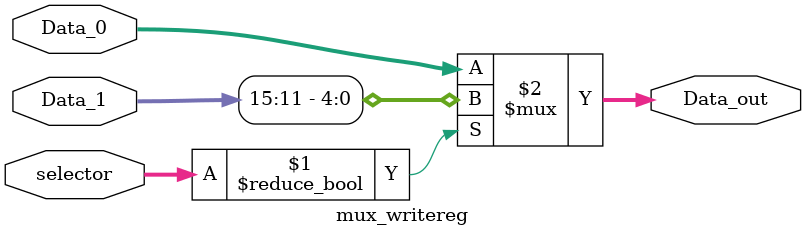
<source format=v>
module mux_writereg(
    
    input wire [1:0] selector,
    input wire [4:0] Data_0,// primeira entrada de dados - RT - 4 bits 
    input wire [15:0] Data_1, // segunda entrada de dados - 16 bits - IMEDIATO 
    output wire [4:0]  Data_out // saida - reg do banco de reg - só tem 5 bits
); 
    // se for verdade eh so a parte do rd do data1 - diz os bits 
    // Só vou querer uma parte do sinal
    assign Data_out = (selector) ? Data_1[15:11] : Data_0;



endmodule
</source>
